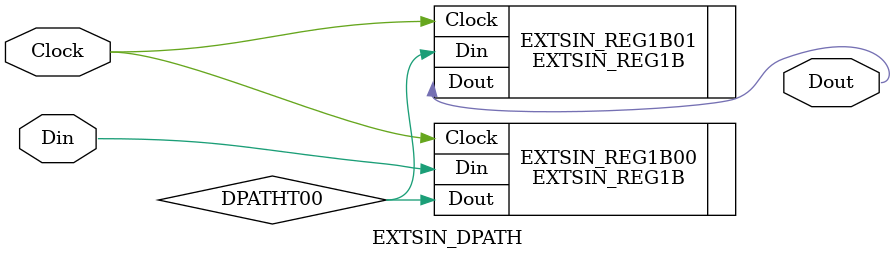
<source format=v>
`timescale	1ns/1ps

module	EXTSIN_DPATH(Dout, Din, Clock)	;

output	Dout	;
wire	Dout	;

input	Din	;
wire	Din	;

input	Clock	;
wire	Clock	;

wire	DPATHT00	;

EXTSIN_REG1B		EXTSIN_REG1B00(.Dout(DPATHT00), .Din(Din), .Clock(Clock))	;
EXTSIN_REG1B		EXTSIN_REG1B01(.Dout(Dout), .Din(DPATHT00), .Clock(Clock))	;

endmodule	


</source>
